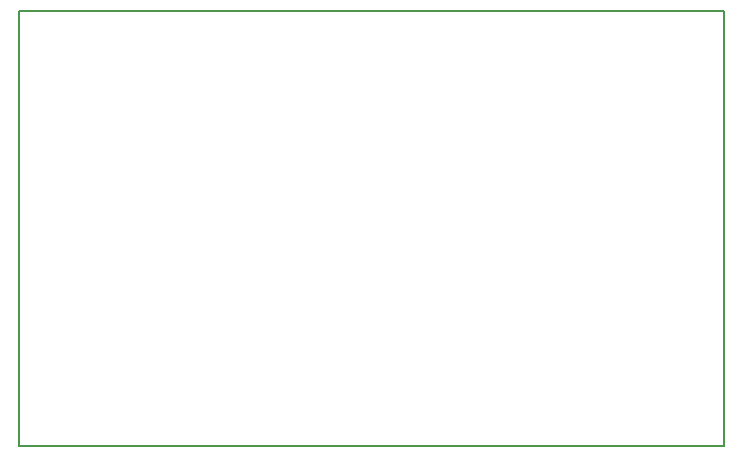
<source format=gbr>
G04 #@! TF.GenerationSoftware,KiCad,Pcbnew,5.0.2+dfsg1-1+deb10u1*
G04 #@! TF.CreationDate,2023-01-12T16:54:00+08:00*
G04 #@! TF.ProjectId,555-blinker,3535352d-626c-4696-9e6b-65722e6b6963,1.0*
G04 #@! TF.SameCoordinates,Original*
G04 #@! TF.FileFunction,Profile,NP*
%FSLAX46Y46*%
G04 Gerber Fmt 4.6, Leading zero omitted, Abs format (unit mm)*
G04 Created by KiCad (PCBNEW 5.0.2+dfsg1-1+deb10u1) date Thu 12 Jan 2023 04:54:00 PM +08*
%MOMM*%
%LPD*%
G01*
G04 APERTURE LIST*
%ADD10C,0.150000*%
G04 APERTURE END LIST*
D10*
X99060000Y-71120000D02*
X99060000Y-34290000D01*
X158750000Y-71120000D02*
X99060000Y-71120000D01*
X158750000Y-34290000D02*
X158750000Y-71120000D01*
X99060000Y-34290000D02*
X158750000Y-34290000D01*
M02*

</source>
